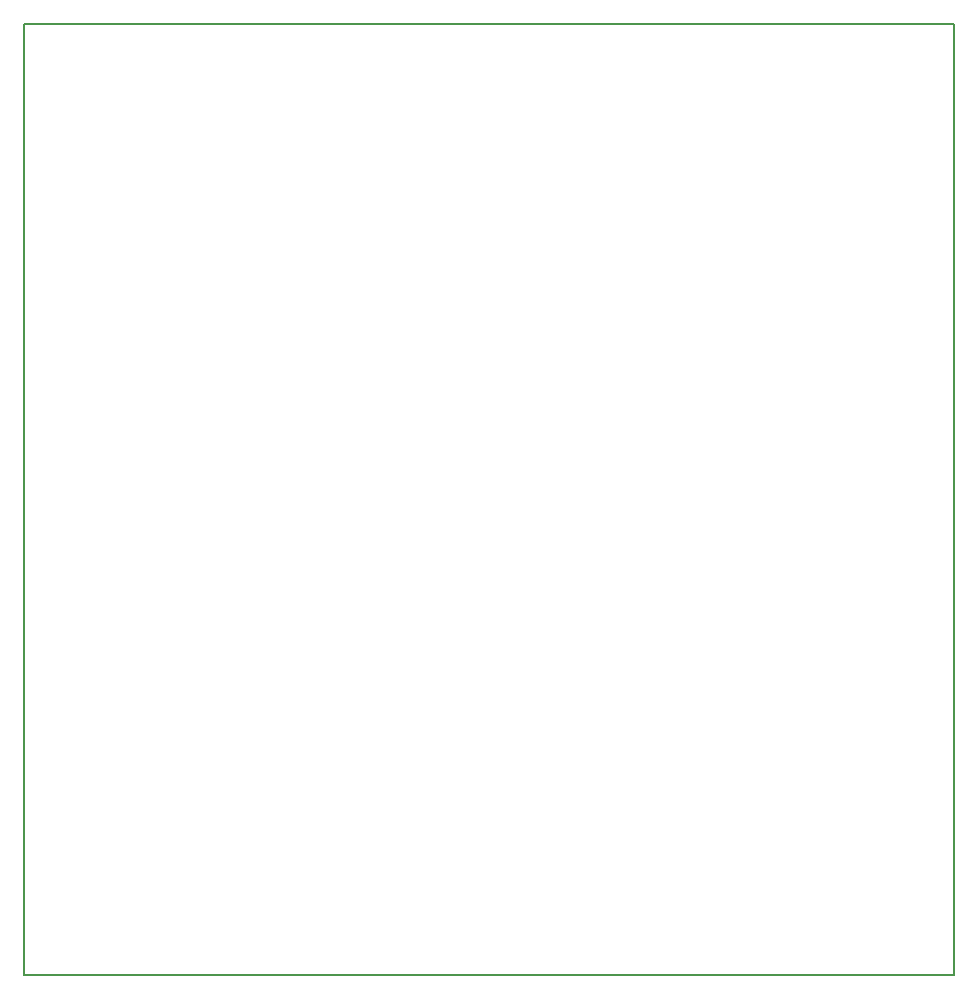
<source format=gbr>
G04 #@! TF.GenerationSoftware,KiCad,Pcbnew,(5.0.2)-1*
G04 #@! TF.CreationDate,2018-12-26T22:17:43-06:00*
G04 #@! TF.ProjectId,AVR6502Tester,41565236-3530-4325-9465-737465722e6b,rev?*
G04 #@! TF.SameCoordinates,Original*
G04 #@! TF.FileFunction,Profile,NP*
%FSLAX46Y46*%
G04 Gerber Fmt 4.6, Leading zero omitted, Abs format (unit mm)*
G04 Created by KiCad (PCBNEW (5.0.2)-1) date 12/26/2018 10:17:43 PM*
%MOMM*%
%LPD*%
G01*
G04 APERTURE LIST*
%ADD10C,0.150000*%
G04 APERTURE END LIST*
D10*
X45212000Y-14224000D02*
X46482000Y-14224000D01*
X45212000Y-94742000D02*
X73914000Y-94742000D01*
X45212000Y-14224000D02*
X45212000Y-94742000D01*
X123952000Y-79756000D02*
X123952000Y-94742000D01*
X109220000Y-94742000D02*
X123952000Y-94742000D01*
X123952000Y-61722000D02*
X123952000Y-79756000D01*
X123952000Y-37592000D02*
X123952000Y-61722000D01*
X123952000Y-14224000D02*
X123952000Y-37592000D01*
X103886000Y-94742000D02*
X109220000Y-94742000D01*
X73914000Y-94742000D02*
X103886000Y-94742000D01*
X117094000Y-14224000D02*
X123952000Y-14224000D01*
X49022000Y-14224000D02*
X46482000Y-14224000D01*
X54864000Y-14224000D02*
X49022000Y-14224000D01*
X107696000Y-14224000D02*
X117094000Y-14224000D01*
X54864000Y-14224000D02*
X107696000Y-14224000D01*
M02*

</source>
